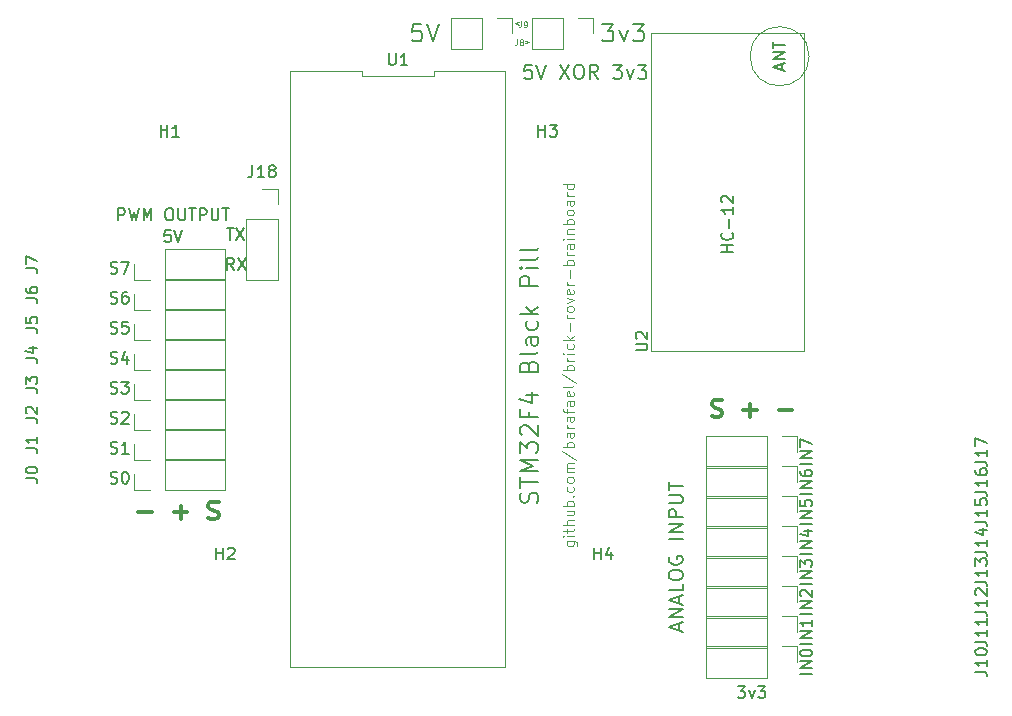
<source format=gto>
G04 #@! TF.GenerationSoftware,KiCad,Pcbnew,5.1.5+dfsg1-2build2*
G04 #@! TF.CreationDate,2021-11-16T19:49:45+01:00*
G04 #@! TF.ProjectId,brainboard,62726169-6e62-46f6-9172-642e6b696361,rev?*
G04 #@! TF.SameCoordinates,Original*
G04 #@! TF.FileFunction,Legend,Top*
G04 #@! TF.FilePolarity,Positive*
%FSLAX46Y46*%
G04 Gerber Fmt 4.6, Leading zero omitted, Abs format (unit mm)*
G04 Created by KiCad (PCBNEW 5.1.5+dfsg1-2build2) date 2021-11-16 19:49:45*
%MOMM*%
%LPD*%
G04 APERTURE LIST*
%ADD10C,0.150000*%
%ADD11C,0.100000*%
%ADD12C,0.200000*%
%ADD13C,0.300000*%
%ADD14C,0.120000*%
%ADD15C,0.125000*%
G04 APERTURE END LIST*
D10*
X120737333Y-81732380D02*
X120404000Y-81256190D01*
X120165904Y-81732380D02*
X120165904Y-80732380D01*
X120546857Y-80732380D01*
X120642095Y-80780000D01*
X120689714Y-80827619D01*
X120737333Y-80922857D01*
X120737333Y-81065714D01*
X120689714Y-81160952D01*
X120642095Y-81208571D01*
X120546857Y-81256190D01*
X120165904Y-81256190D01*
X121070666Y-80732380D02*
X121737333Y-81732380D01*
X121737333Y-80732380D02*
X121070666Y-81732380D01*
X120142095Y-78192380D02*
X120713523Y-78192380D01*
X120427809Y-79192380D02*
X120427809Y-78192380D01*
X120951619Y-78192380D02*
X121618285Y-79192380D01*
X121618285Y-78192380D02*
X120951619Y-79192380D01*
D11*
X148907142Y-104714285D02*
X149635714Y-104714285D01*
X149721428Y-104757142D01*
X149764285Y-104800000D01*
X149807142Y-104885714D01*
X149807142Y-105014285D01*
X149764285Y-105100000D01*
X149464285Y-104714285D02*
X149507142Y-104800000D01*
X149507142Y-104971428D01*
X149464285Y-105057142D01*
X149421428Y-105100000D01*
X149335714Y-105142857D01*
X149078571Y-105142857D01*
X148992857Y-105100000D01*
X148950000Y-105057142D01*
X148907142Y-104971428D01*
X148907142Y-104800000D01*
X148950000Y-104714285D01*
X149507142Y-104285714D02*
X148907142Y-104285714D01*
X148607142Y-104285714D02*
X148650000Y-104328571D01*
X148692857Y-104285714D01*
X148650000Y-104242857D01*
X148607142Y-104285714D01*
X148692857Y-104285714D01*
X148907142Y-103985714D02*
X148907142Y-103642857D01*
X148607142Y-103857142D02*
X149378571Y-103857142D01*
X149464285Y-103814285D01*
X149507142Y-103728571D01*
X149507142Y-103642857D01*
X149507142Y-103342857D02*
X148607142Y-103342857D01*
X149507142Y-102957142D02*
X149035714Y-102957142D01*
X148950000Y-103000000D01*
X148907142Y-103085714D01*
X148907142Y-103214285D01*
X148950000Y-103300000D01*
X148992857Y-103342857D01*
X148907142Y-102142857D02*
X149507142Y-102142857D01*
X148907142Y-102528571D02*
X149378571Y-102528571D01*
X149464285Y-102485714D01*
X149507142Y-102400000D01*
X149507142Y-102271428D01*
X149464285Y-102185714D01*
X149421428Y-102142857D01*
X149507142Y-101714285D02*
X148607142Y-101714285D01*
X148950000Y-101714285D02*
X148907142Y-101628571D01*
X148907142Y-101457142D01*
X148950000Y-101371428D01*
X148992857Y-101328571D01*
X149078571Y-101285714D01*
X149335714Y-101285714D01*
X149421428Y-101328571D01*
X149464285Y-101371428D01*
X149507142Y-101457142D01*
X149507142Y-101628571D01*
X149464285Y-101714285D01*
X149421428Y-100900000D02*
X149464285Y-100857142D01*
X149507142Y-100900000D01*
X149464285Y-100942857D01*
X149421428Y-100900000D01*
X149507142Y-100900000D01*
X149464285Y-100085714D02*
X149507142Y-100171428D01*
X149507142Y-100342857D01*
X149464285Y-100428571D01*
X149421428Y-100471428D01*
X149335714Y-100514285D01*
X149078571Y-100514285D01*
X148992857Y-100471428D01*
X148950000Y-100428571D01*
X148907142Y-100342857D01*
X148907142Y-100171428D01*
X148950000Y-100085714D01*
X149507142Y-99571428D02*
X149464285Y-99657142D01*
X149421428Y-99700000D01*
X149335714Y-99742857D01*
X149078571Y-99742857D01*
X148992857Y-99700000D01*
X148950000Y-99657142D01*
X148907142Y-99571428D01*
X148907142Y-99442857D01*
X148950000Y-99357142D01*
X148992857Y-99314285D01*
X149078571Y-99271428D01*
X149335714Y-99271428D01*
X149421428Y-99314285D01*
X149464285Y-99357142D01*
X149507142Y-99442857D01*
X149507142Y-99571428D01*
X149507142Y-98885714D02*
X148907142Y-98885714D01*
X148992857Y-98885714D02*
X148950000Y-98842857D01*
X148907142Y-98757142D01*
X148907142Y-98628571D01*
X148950000Y-98542857D01*
X149035714Y-98500000D01*
X149507142Y-98500000D01*
X149035714Y-98500000D02*
X148950000Y-98457142D01*
X148907142Y-98371428D01*
X148907142Y-98242857D01*
X148950000Y-98157142D01*
X149035714Y-98114285D01*
X149507142Y-98114285D01*
X148564285Y-97042857D02*
X149721428Y-97814285D01*
X149507142Y-96742857D02*
X148607142Y-96742857D01*
X148950000Y-96742857D02*
X148907142Y-96657142D01*
X148907142Y-96485714D01*
X148950000Y-96400000D01*
X148992857Y-96357142D01*
X149078571Y-96314285D01*
X149335714Y-96314285D01*
X149421428Y-96357142D01*
X149464285Y-96400000D01*
X149507142Y-96485714D01*
X149507142Y-96657142D01*
X149464285Y-96742857D01*
X149507142Y-95542857D02*
X149035714Y-95542857D01*
X148950000Y-95585714D01*
X148907142Y-95671428D01*
X148907142Y-95842857D01*
X148950000Y-95928571D01*
X149464285Y-95542857D02*
X149507142Y-95628571D01*
X149507142Y-95842857D01*
X149464285Y-95928571D01*
X149378571Y-95971428D01*
X149292857Y-95971428D01*
X149207142Y-95928571D01*
X149164285Y-95842857D01*
X149164285Y-95628571D01*
X149121428Y-95542857D01*
X149507142Y-95114285D02*
X148907142Y-95114285D01*
X149078571Y-95114285D02*
X148992857Y-95071428D01*
X148950000Y-95028571D01*
X148907142Y-94942857D01*
X148907142Y-94857142D01*
X149507142Y-94171428D02*
X149035714Y-94171428D01*
X148950000Y-94214285D01*
X148907142Y-94300000D01*
X148907142Y-94471428D01*
X148950000Y-94557142D01*
X149464285Y-94171428D02*
X149507142Y-94257142D01*
X149507142Y-94471428D01*
X149464285Y-94557142D01*
X149378571Y-94600000D01*
X149292857Y-94600000D01*
X149207142Y-94557142D01*
X149164285Y-94471428D01*
X149164285Y-94257142D01*
X149121428Y-94171428D01*
X148907142Y-93871428D02*
X148907142Y-93528571D01*
X149507142Y-93742857D02*
X148735714Y-93742857D01*
X148650000Y-93700000D01*
X148607142Y-93614285D01*
X148607142Y-93528571D01*
X149507142Y-92842857D02*
X149035714Y-92842857D01*
X148950000Y-92885714D01*
X148907142Y-92971428D01*
X148907142Y-93142857D01*
X148950000Y-93228571D01*
X149464285Y-92842857D02*
X149507142Y-92928571D01*
X149507142Y-93142857D01*
X149464285Y-93228571D01*
X149378571Y-93271428D01*
X149292857Y-93271428D01*
X149207142Y-93228571D01*
X149164285Y-93142857D01*
X149164285Y-92928571D01*
X149121428Y-92842857D01*
X149464285Y-92071428D02*
X149507142Y-92157142D01*
X149507142Y-92328571D01*
X149464285Y-92414285D01*
X149378571Y-92457142D01*
X149035714Y-92457142D01*
X148950000Y-92414285D01*
X148907142Y-92328571D01*
X148907142Y-92157142D01*
X148950000Y-92071428D01*
X149035714Y-92028571D01*
X149121428Y-92028571D01*
X149207142Y-92457142D01*
X149507142Y-91514285D02*
X149464285Y-91600000D01*
X149378571Y-91642857D01*
X148607142Y-91642857D01*
X148564285Y-90528571D02*
X149721428Y-91300000D01*
X149507142Y-90228571D02*
X148607142Y-90228571D01*
X148950000Y-90228571D02*
X148907142Y-90142857D01*
X148907142Y-89971428D01*
X148950000Y-89885714D01*
X148992857Y-89842857D01*
X149078571Y-89800000D01*
X149335714Y-89800000D01*
X149421428Y-89842857D01*
X149464285Y-89885714D01*
X149507142Y-89971428D01*
X149507142Y-90142857D01*
X149464285Y-90228571D01*
X149507142Y-89414285D02*
X148907142Y-89414285D01*
X149078571Y-89414285D02*
X148992857Y-89371428D01*
X148950000Y-89328571D01*
X148907142Y-89242857D01*
X148907142Y-89157142D01*
X149507142Y-88857142D02*
X148907142Y-88857142D01*
X148607142Y-88857142D02*
X148650000Y-88900000D01*
X148692857Y-88857142D01*
X148650000Y-88814285D01*
X148607142Y-88857142D01*
X148692857Y-88857142D01*
X149464285Y-88042857D02*
X149507142Y-88128571D01*
X149507142Y-88300000D01*
X149464285Y-88385714D01*
X149421428Y-88428571D01*
X149335714Y-88471428D01*
X149078571Y-88471428D01*
X148992857Y-88428571D01*
X148950000Y-88385714D01*
X148907142Y-88300000D01*
X148907142Y-88128571D01*
X148950000Y-88042857D01*
X149507142Y-87657142D02*
X148607142Y-87657142D01*
X149164285Y-87571428D02*
X149507142Y-87314285D01*
X148907142Y-87314285D02*
X149250000Y-87657142D01*
X149164285Y-86928571D02*
X149164285Y-86242857D01*
X149507142Y-85814285D02*
X148907142Y-85814285D01*
X149078571Y-85814285D02*
X148992857Y-85771428D01*
X148950000Y-85728571D01*
X148907142Y-85642857D01*
X148907142Y-85557142D01*
X149507142Y-85128571D02*
X149464285Y-85214285D01*
X149421428Y-85257142D01*
X149335714Y-85300000D01*
X149078571Y-85300000D01*
X148992857Y-85257142D01*
X148950000Y-85214285D01*
X148907142Y-85128571D01*
X148907142Y-85000000D01*
X148950000Y-84914285D01*
X148992857Y-84871428D01*
X149078571Y-84828571D01*
X149335714Y-84828571D01*
X149421428Y-84871428D01*
X149464285Y-84914285D01*
X149507142Y-85000000D01*
X149507142Y-85128571D01*
X148907142Y-84528571D02*
X149507142Y-84314285D01*
X148907142Y-84100000D01*
X149464285Y-83414285D02*
X149507142Y-83500000D01*
X149507142Y-83671428D01*
X149464285Y-83757142D01*
X149378571Y-83800000D01*
X149035714Y-83800000D01*
X148950000Y-83757142D01*
X148907142Y-83671428D01*
X148907142Y-83500000D01*
X148950000Y-83414285D01*
X149035714Y-83371428D01*
X149121428Y-83371428D01*
X149207142Y-83800000D01*
X149507142Y-82985714D02*
X148907142Y-82985714D01*
X149078571Y-82985714D02*
X148992857Y-82942857D01*
X148950000Y-82900000D01*
X148907142Y-82814285D01*
X148907142Y-82728571D01*
X149164285Y-82428571D02*
X149164285Y-81742857D01*
X149507142Y-81314285D02*
X148607142Y-81314285D01*
X148950000Y-81314285D02*
X148907142Y-81228571D01*
X148907142Y-81057142D01*
X148950000Y-80971428D01*
X148992857Y-80928571D01*
X149078571Y-80885714D01*
X149335714Y-80885714D01*
X149421428Y-80928571D01*
X149464285Y-80971428D01*
X149507142Y-81057142D01*
X149507142Y-81228571D01*
X149464285Y-81314285D01*
X149507142Y-80500000D02*
X148907142Y-80500000D01*
X149078571Y-80500000D02*
X148992857Y-80457142D01*
X148950000Y-80414285D01*
X148907142Y-80328571D01*
X148907142Y-80242857D01*
X149507142Y-79557142D02*
X149035714Y-79557142D01*
X148950000Y-79600000D01*
X148907142Y-79685714D01*
X148907142Y-79857142D01*
X148950000Y-79942857D01*
X149464285Y-79557142D02*
X149507142Y-79642857D01*
X149507142Y-79857142D01*
X149464285Y-79942857D01*
X149378571Y-79985714D01*
X149292857Y-79985714D01*
X149207142Y-79942857D01*
X149164285Y-79857142D01*
X149164285Y-79642857D01*
X149121428Y-79557142D01*
X149507142Y-79128571D02*
X148907142Y-79128571D01*
X148607142Y-79128571D02*
X148650000Y-79171428D01*
X148692857Y-79128571D01*
X148650000Y-79085714D01*
X148607142Y-79128571D01*
X148692857Y-79128571D01*
X148907142Y-78700000D02*
X149507142Y-78700000D01*
X148992857Y-78700000D02*
X148950000Y-78657142D01*
X148907142Y-78571428D01*
X148907142Y-78442857D01*
X148950000Y-78357142D01*
X149035714Y-78314285D01*
X149507142Y-78314285D01*
X149507142Y-77885714D02*
X148607142Y-77885714D01*
X148950000Y-77885714D02*
X148907142Y-77800000D01*
X148907142Y-77628571D01*
X148950000Y-77542857D01*
X148992857Y-77500000D01*
X149078571Y-77457142D01*
X149335714Y-77457142D01*
X149421428Y-77500000D01*
X149464285Y-77542857D01*
X149507142Y-77628571D01*
X149507142Y-77800000D01*
X149464285Y-77885714D01*
X149507142Y-76942857D02*
X149464285Y-77028571D01*
X149421428Y-77071428D01*
X149335714Y-77114285D01*
X149078571Y-77114285D01*
X148992857Y-77071428D01*
X148950000Y-77028571D01*
X148907142Y-76942857D01*
X148907142Y-76814285D01*
X148950000Y-76728571D01*
X148992857Y-76685714D01*
X149078571Y-76642857D01*
X149335714Y-76642857D01*
X149421428Y-76685714D01*
X149464285Y-76728571D01*
X149507142Y-76814285D01*
X149507142Y-76942857D01*
X149507142Y-75871428D02*
X149035714Y-75871428D01*
X148950000Y-75914285D01*
X148907142Y-76000000D01*
X148907142Y-76171428D01*
X148950000Y-76257142D01*
X149464285Y-75871428D02*
X149507142Y-75957142D01*
X149507142Y-76171428D01*
X149464285Y-76257142D01*
X149378571Y-76300000D01*
X149292857Y-76300000D01*
X149207142Y-76257142D01*
X149164285Y-76171428D01*
X149164285Y-75957142D01*
X149121428Y-75871428D01*
X149507142Y-75442857D02*
X148907142Y-75442857D01*
X149078571Y-75442857D02*
X148992857Y-75400000D01*
X148950000Y-75357142D01*
X148907142Y-75271428D01*
X148907142Y-75185714D01*
X149507142Y-74500000D02*
X148607142Y-74500000D01*
X149464285Y-74500000D02*
X149507142Y-74585714D01*
X149507142Y-74757142D01*
X149464285Y-74842857D01*
X149421428Y-74885714D01*
X149335714Y-74928571D01*
X149078571Y-74928571D01*
X148992857Y-74885714D01*
X148950000Y-74842857D01*
X148907142Y-74757142D01*
X148907142Y-74585714D01*
X148950000Y-74500000D01*
D12*
X146407142Y-101450000D02*
X146478571Y-101235714D01*
X146478571Y-100878571D01*
X146407142Y-100735714D01*
X146335714Y-100664285D01*
X146192857Y-100592857D01*
X146050000Y-100592857D01*
X145907142Y-100664285D01*
X145835714Y-100735714D01*
X145764285Y-100878571D01*
X145692857Y-101164285D01*
X145621428Y-101307142D01*
X145550000Y-101378571D01*
X145407142Y-101450000D01*
X145264285Y-101450000D01*
X145121428Y-101378571D01*
X145050000Y-101307142D01*
X144978571Y-101164285D01*
X144978571Y-100807142D01*
X145050000Y-100592857D01*
X144978571Y-100164285D02*
X144978571Y-99307142D01*
X146478571Y-99735714D02*
X144978571Y-99735714D01*
X146478571Y-98807142D02*
X144978571Y-98807142D01*
X146050000Y-98307142D01*
X144978571Y-97807142D01*
X146478571Y-97807142D01*
X144978571Y-97235714D02*
X144978571Y-96307142D01*
X145550000Y-96807142D01*
X145550000Y-96592857D01*
X145621428Y-96450000D01*
X145692857Y-96378571D01*
X145835714Y-96307142D01*
X146192857Y-96307142D01*
X146335714Y-96378571D01*
X146407142Y-96450000D01*
X146478571Y-96592857D01*
X146478571Y-97021428D01*
X146407142Y-97164285D01*
X146335714Y-97235714D01*
X145121428Y-95735714D02*
X145050000Y-95664285D01*
X144978571Y-95521428D01*
X144978571Y-95164285D01*
X145050000Y-95021428D01*
X145121428Y-94950000D01*
X145264285Y-94878571D01*
X145407142Y-94878571D01*
X145621428Y-94950000D01*
X146478571Y-95807142D01*
X146478571Y-94878571D01*
X145692857Y-93735714D02*
X145692857Y-94235714D01*
X146478571Y-94235714D02*
X144978571Y-94235714D01*
X144978571Y-93521428D01*
X145478571Y-92307142D02*
X146478571Y-92307142D01*
X144907142Y-92664285D02*
X145978571Y-93021428D01*
X145978571Y-92092857D01*
X145692857Y-89878571D02*
X145764285Y-89664285D01*
X145835714Y-89592857D01*
X145978571Y-89521428D01*
X146192857Y-89521428D01*
X146335714Y-89592857D01*
X146407142Y-89664285D01*
X146478571Y-89807142D01*
X146478571Y-90378571D01*
X144978571Y-90378571D01*
X144978571Y-89878571D01*
X145050000Y-89735714D01*
X145121428Y-89664285D01*
X145264285Y-89592857D01*
X145407142Y-89592857D01*
X145550000Y-89664285D01*
X145621428Y-89735714D01*
X145692857Y-89878571D01*
X145692857Y-90378571D01*
X146478571Y-88664285D02*
X146407142Y-88807142D01*
X146264285Y-88878571D01*
X144978571Y-88878571D01*
X146478571Y-87450000D02*
X145692857Y-87450000D01*
X145550000Y-87521428D01*
X145478571Y-87664285D01*
X145478571Y-87950000D01*
X145550000Y-88092857D01*
X146407142Y-87450000D02*
X146478571Y-87592857D01*
X146478571Y-87950000D01*
X146407142Y-88092857D01*
X146264285Y-88164285D01*
X146121428Y-88164285D01*
X145978571Y-88092857D01*
X145907142Y-87950000D01*
X145907142Y-87592857D01*
X145835714Y-87450000D01*
X146407142Y-86092857D02*
X146478571Y-86235714D01*
X146478571Y-86521428D01*
X146407142Y-86664285D01*
X146335714Y-86735714D01*
X146192857Y-86807142D01*
X145764285Y-86807142D01*
X145621428Y-86735714D01*
X145550000Y-86664285D01*
X145478571Y-86521428D01*
X145478571Y-86235714D01*
X145550000Y-86092857D01*
X146478571Y-85450000D02*
X144978571Y-85450000D01*
X145907142Y-85307142D02*
X146478571Y-84878571D01*
X145478571Y-84878571D02*
X146050000Y-85450000D01*
X146478571Y-83092857D02*
X144978571Y-83092857D01*
X144978571Y-82521428D01*
X145050000Y-82378571D01*
X145121428Y-82307142D01*
X145264285Y-82235714D01*
X145478571Y-82235714D01*
X145621428Y-82307142D01*
X145692857Y-82378571D01*
X145764285Y-82521428D01*
X145764285Y-83092857D01*
X146478571Y-81592857D02*
X145478571Y-81592857D01*
X144978571Y-81592857D02*
X145050000Y-81664285D01*
X145121428Y-81592857D01*
X145050000Y-81521428D01*
X144978571Y-81592857D01*
X145121428Y-81592857D01*
X146478571Y-80664285D02*
X146407142Y-80807142D01*
X146264285Y-80878571D01*
X144978571Y-80878571D01*
X146478571Y-79878571D02*
X146407142Y-80021428D01*
X146264285Y-80092857D01*
X144978571Y-80092857D01*
D10*
X163401523Y-116990880D02*
X164020571Y-116990880D01*
X163687238Y-117371833D01*
X163830095Y-117371833D01*
X163925333Y-117419452D01*
X163972952Y-117467071D01*
X164020571Y-117562309D01*
X164020571Y-117800404D01*
X163972952Y-117895642D01*
X163925333Y-117943261D01*
X163830095Y-117990880D01*
X163544380Y-117990880D01*
X163449142Y-117943261D01*
X163401523Y-117895642D01*
X164353904Y-117324214D02*
X164592000Y-117990880D01*
X164830095Y-117324214D01*
X165115809Y-116990880D02*
X165734857Y-116990880D01*
X165401523Y-117371833D01*
X165544380Y-117371833D01*
X165639619Y-117419452D01*
X165687238Y-117467071D01*
X165734857Y-117562309D01*
X165734857Y-117800404D01*
X165687238Y-117895642D01*
X165639619Y-117943261D01*
X165544380Y-117990880D01*
X165258666Y-117990880D01*
X165163428Y-117943261D01*
X165115809Y-117895642D01*
X115379523Y-78382880D02*
X114903333Y-78382880D01*
X114855714Y-78859071D01*
X114903333Y-78811452D01*
X114998571Y-78763833D01*
X115236666Y-78763833D01*
X115331904Y-78811452D01*
X115379523Y-78859071D01*
X115427142Y-78954309D01*
X115427142Y-79192404D01*
X115379523Y-79287642D01*
X115331904Y-79335261D01*
X115236666Y-79382880D01*
X114998571Y-79382880D01*
X114903333Y-79335261D01*
X114855714Y-79287642D01*
X115712857Y-78382880D02*
X116046190Y-79382880D01*
X116379523Y-78382880D01*
D13*
X161226928Y-94142642D02*
X161441214Y-94214071D01*
X161798357Y-94214071D01*
X161941214Y-94142642D01*
X162012642Y-94071214D01*
X162084071Y-93928357D01*
X162084071Y-93785500D01*
X162012642Y-93642642D01*
X161941214Y-93571214D01*
X161798357Y-93499785D01*
X161512642Y-93428357D01*
X161369785Y-93356928D01*
X161298357Y-93285500D01*
X161226928Y-93142642D01*
X161226928Y-92999785D01*
X161298357Y-92856928D01*
X161369785Y-92785500D01*
X161512642Y-92714071D01*
X161869785Y-92714071D01*
X162084071Y-92785500D01*
X163869785Y-93642642D02*
X165012642Y-93642642D01*
X164441214Y-94214071D02*
X164441214Y-93071214D01*
X166869785Y-93642642D02*
X168012642Y-93642642D01*
X112657357Y-102278642D02*
X113800214Y-102278642D01*
X115657357Y-102278642D02*
X116800214Y-102278642D01*
X116228785Y-102850071D02*
X116228785Y-101707214D01*
X118585928Y-102778642D02*
X118800214Y-102850071D01*
X119157357Y-102850071D01*
X119300214Y-102778642D01*
X119371642Y-102707214D01*
X119443071Y-102564357D01*
X119443071Y-102421500D01*
X119371642Y-102278642D01*
X119300214Y-102207214D01*
X119157357Y-102135785D01*
X118871642Y-102064357D01*
X118728785Y-101992928D01*
X118657357Y-101921500D01*
X118585928Y-101778642D01*
X118585928Y-101635785D01*
X118657357Y-101492928D01*
X118728785Y-101421500D01*
X118871642Y-101350071D01*
X119228785Y-101350071D01*
X119443071Y-101421500D01*
D12*
X110950952Y-77541380D02*
X110950952Y-76541380D01*
X111331904Y-76541380D01*
X111427142Y-76589000D01*
X111474761Y-76636619D01*
X111522380Y-76731857D01*
X111522380Y-76874714D01*
X111474761Y-76969952D01*
X111427142Y-77017571D01*
X111331904Y-77065190D01*
X110950952Y-77065190D01*
X111855714Y-76541380D02*
X112093809Y-77541380D01*
X112284285Y-76827095D01*
X112474761Y-77541380D01*
X112712857Y-76541380D01*
X113093809Y-77541380D02*
X113093809Y-76541380D01*
X113427142Y-77255666D01*
X113760476Y-76541380D01*
X113760476Y-77541380D01*
X115189047Y-76541380D02*
X115379523Y-76541380D01*
X115474761Y-76589000D01*
X115570000Y-76684238D01*
X115617619Y-76874714D01*
X115617619Y-77208047D01*
X115570000Y-77398523D01*
X115474761Y-77493761D01*
X115379523Y-77541380D01*
X115189047Y-77541380D01*
X115093809Y-77493761D01*
X114998571Y-77398523D01*
X114950952Y-77208047D01*
X114950952Y-76874714D01*
X114998571Y-76684238D01*
X115093809Y-76589000D01*
X115189047Y-76541380D01*
X116046190Y-76541380D02*
X116046190Y-77350904D01*
X116093809Y-77446142D01*
X116141428Y-77493761D01*
X116236666Y-77541380D01*
X116427142Y-77541380D01*
X116522380Y-77493761D01*
X116570000Y-77446142D01*
X116617619Y-77350904D01*
X116617619Y-76541380D01*
X116950952Y-76541380D02*
X117522380Y-76541380D01*
X117236666Y-77541380D02*
X117236666Y-76541380D01*
X117855714Y-77541380D02*
X117855714Y-76541380D01*
X118236666Y-76541380D01*
X118331904Y-76589000D01*
X118379523Y-76636619D01*
X118427142Y-76731857D01*
X118427142Y-76874714D01*
X118379523Y-76969952D01*
X118331904Y-77017571D01*
X118236666Y-77065190D01*
X117855714Y-77065190D01*
X118855714Y-76541380D02*
X118855714Y-77350904D01*
X118903333Y-77446142D01*
X118950952Y-77493761D01*
X119046190Y-77541380D01*
X119236666Y-77541380D01*
X119331904Y-77493761D01*
X119379523Y-77446142D01*
X119427142Y-77350904D01*
X119427142Y-76541380D01*
X119760476Y-76541380D02*
X120331904Y-76541380D01*
X120046190Y-77541380D02*
X120046190Y-76541380D01*
X158400000Y-112245000D02*
X158400000Y-111673571D01*
X158742857Y-112359285D02*
X157542857Y-111959285D01*
X158742857Y-111559285D01*
X158742857Y-111159285D02*
X157542857Y-111159285D01*
X158742857Y-110473571D01*
X157542857Y-110473571D01*
X158400000Y-109959285D02*
X158400000Y-109387857D01*
X158742857Y-110073571D02*
X157542857Y-109673571D01*
X158742857Y-109273571D01*
X158742857Y-108302142D02*
X158742857Y-108873571D01*
X157542857Y-108873571D01*
X157542857Y-107673571D02*
X157542857Y-107445000D01*
X157600000Y-107330714D01*
X157714285Y-107216428D01*
X157942857Y-107159285D01*
X158342857Y-107159285D01*
X158571428Y-107216428D01*
X158685714Y-107330714D01*
X158742857Y-107445000D01*
X158742857Y-107673571D01*
X158685714Y-107787857D01*
X158571428Y-107902142D01*
X158342857Y-107959285D01*
X157942857Y-107959285D01*
X157714285Y-107902142D01*
X157600000Y-107787857D01*
X157542857Y-107673571D01*
X157600000Y-106016428D02*
X157542857Y-106130714D01*
X157542857Y-106302142D01*
X157600000Y-106473571D01*
X157714285Y-106587857D01*
X157828571Y-106645000D01*
X158057142Y-106702142D01*
X158228571Y-106702142D01*
X158457142Y-106645000D01*
X158571428Y-106587857D01*
X158685714Y-106473571D01*
X158742857Y-106302142D01*
X158742857Y-106187857D01*
X158685714Y-106016428D01*
X158628571Y-105959285D01*
X158228571Y-105959285D01*
X158228571Y-106187857D01*
X158742857Y-104530714D02*
X157542857Y-104530714D01*
X158742857Y-103959285D02*
X157542857Y-103959285D01*
X158742857Y-103273571D01*
X157542857Y-103273571D01*
X158742857Y-102702142D02*
X157542857Y-102702142D01*
X157542857Y-102245000D01*
X157600000Y-102130714D01*
X157657142Y-102073571D01*
X157771428Y-102016428D01*
X157942857Y-102016428D01*
X158057142Y-102073571D01*
X158114285Y-102130714D01*
X158171428Y-102245000D01*
X158171428Y-102702142D01*
X157542857Y-101502142D02*
X158514285Y-101502142D01*
X158628571Y-101445000D01*
X158685714Y-101387857D01*
X158742857Y-101273571D01*
X158742857Y-101045000D01*
X158685714Y-100930714D01*
X158628571Y-100873571D01*
X158514285Y-100816428D01*
X157542857Y-100816428D01*
X157542857Y-100416428D02*
X157542857Y-99730714D01*
X158742857Y-100073571D02*
X157542857Y-100073571D01*
X110299595Y-99782261D02*
X110442452Y-99829880D01*
X110680547Y-99829880D01*
X110775785Y-99782261D01*
X110823404Y-99734642D01*
X110871023Y-99639404D01*
X110871023Y-99544166D01*
X110823404Y-99448928D01*
X110775785Y-99401309D01*
X110680547Y-99353690D01*
X110490071Y-99306071D01*
X110394833Y-99258452D01*
X110347214Y-99210833D01*
X110299595Y-99115595D01*
X110299595Y-99020357D01*
X110347214Y-98925119D01*
X110394833Y-98877500D01*
X110490071Y-98829880D01*
X110728166Y-98829880D01*
X110871023Y-98877500D01*
X111490071Y-98829880D02*
X111585309Y-98829880D01*
X111680547Y-98877500D01*
X111728166Y-98925119D01*
X111775785Y-99020357D01*
X111823404Y-99210833D01*
X111823404Y-99448928D01*
X111775785Y-99639404D01*
X111728166Y-99734642D01*
X111680547Y-99782261D01*
X111585309Y-99829880D01*
X111490071Y-99829880D01*
X111394833Y-99782261D01*
X111347214Y-99734642D01*
X111299595Y-99639404D01*
X111251976Y-99448928D01*
X111251976Y-99210833D01*
X111299595Y-99020357D01*
X111347214Y-98925119D01*
X111394833Y-98877500D01*
X111490071Y-98829880D01*
X110299595Y-89622261D02*
X110442452Y-89669880D01*
X110680547Y-89669880D01*
X110775785Y-89622261D01*
X110823404Y-89574642D01*
X110871023Y-89479404D01*
X110871023Y-89384166D01*
X110823404Y-89288928D01*
X110775785Y-89241309D01*
X110680547Y-89193690D01*
X110490071Y-89146071D01*
X110394833Y-89098452D01*
X110347214Y-89050833D01*
X110299595Y-88955595D01*
X110299595Y-88860357D01*
X110347214Y-88765119D01*
X110394833Y-88717500D01*
X110490071Y-88669880D01*
X110728166Y-88669880D01*
X110871023Y-88717500D01*
X111728166Y-89003214D02*
X111728166Y-89669880D01*
X111490071Y-88622261D02*
X111251976Y-89336547D01*
X111871023Y-89336547D01*
X110299595Y-94702261D02*
X110442452Y-94749880D01*
X110680547Y-94749880D01*
X110775785Y-94702261D01*
X110823404Y-94654642D01*
X110871023Y-94559404D01*
X110871023Y-94464166D01*
X110823404Y-94368928D01*
X110775785Y-94321309D01*
X110680547Y-94273690D01*
X110490071Y-94226071D01*
X110394833Y-94178452D01*
X110347214Y-94130833D01*
X110299595Y-94035595D01*
X110299595Y-93940357D01*
X110347214Y-93845119D01*
X110394833Y-93797500D01*
X110490071Y-93749880D01*
X110728166Y-93749880D01*
X110871023Y-93797500D01*
X111251976Y-93845119D02*
X111299595Y-93797500D01*
X111394833Y-93749880D01*
X111632928Y-93749880D01*
X111728166Y-93797500D01*
X111775785Y-93845119D01*
X111823404Y-93940357D01*
X111823404Y-94035595D01*
X111775785Y-94178452D01*
X111204357Y-94749880D01*
X111823404Y-94749880D01*
X110299595Y-97242261D02*
X110442452Y-97289880D01*
X110680547Y-97289880D01*
X110775785Y-97242261D01*
X110823404Y-97194642D01*
X110871023Y-97099404D01*
X110871023Y-97004166D01*
X110823404Y-96908928D01*
X110775785Y-96861309D01*
X110680547Y-96813690D01*
X110490071Y-96766071D01*
X110394833Y-96718452D01*
X110347214Y-96670833D01*
X110299595Y-96575595D01*
X110299595Y-96480357D01*
X110347214Y-96385119D01*
X110394833Y-96337500D01*
X110490071Y-96289880D01*
X110728166Y-96289880D01*
X110871023Y-96337500D01*
X111823404Y-97289880D02*
X111251976Y-97289880D01*
X111537690Y-97289880D02*
X111537690Y-96289880D01*
X111442452Y-96432738D01*
X111347214Y-96527976D01*
X111251976Y-96575595D01*
X110299595Y-92162261D02*
X110442452Y-92209880D01*
X110680547Y-92209880D01*
X110775785Y-92162261D01*
X110823404Y-92114642D01*
X110871023Y-92019404D01*
X110871023Y-91924166D01*
X110823404Y-91828928D01*
X110775785Y-91781309D01*
X110680547Y-91733690D01*
X110490071Y-91686071D01*
X110394833Y-91638452D01*
X110347214Y-91590833D01*
X110299595Y-91495595D01*
X110299595Y-91400357D01*
X110347214Y-91305119D01*
X110394833Y-91257500D01*
X110490071Y-91209880D01*
X110728166Y-91209880D01*
X110871023Y-91257500D01*
X111204357Y-91209880D02*
X111823404Y-91209880D01*
X111490071Y-91590833D01*
X111632928Y-91590833D01*
X111728166Y-91638452D01*
X111775785Y-91686071D01*
X111823404Y-91781309D01*
X111823404Y-92019404D01*
X111775785Y-92114642D01*
X111728166Y-92162261D01*
X111632928Y-92209880D01*
X111347214Y-92209880D01*
X111251976Y-92162261D01*
X111204357Y-92114642D01*
X110299595Y-84542261D02*
X110442452Y-84589880D01*
X110680547Y-84589880D01*
X110775785Y-84542261D01*
X110823404Y-84494642D01*
X110871023Y-84399404D01*
X110871023Y-84304166D01*
X110823404Y-84208928D01*
X110775785Y-84161309D01*
X110680547Y-84113690D01*
X110490071Y-84066071D01*
X110394833Y-84018452D01*
X110347214Y-83970833D01*
X110299595Y-83875595D01*
X110299595Y-83780357D01*
X110347214Y-83685119D01*
X110394833Y-83637500D01*
X110490071Y-83589880D01*
X110728166Y-83589880D01*
X110871023Y-83637500D01*
X111728166Y-83589880D02*
X111537690Y-83589880D01*
X111442452Y-83637500D01*
X111394833Y-83685119D01*
X111299595Y-83827976D01*
X111251976Y-84018452D01*
X111251976Y-84399404D01*
X111299595Y-84494642D01*
X111347214Y-84542261D01*
X111442452Y-84589880D01*
X111632928Y-84589880D01*
X111728166Y-84542261D01*
X111775785Y-84494642D01*
X111823404Y-84399404D01*
X111823404Y-84161309D01*
X111775785Y-84066071D01*
X111728166Y-84018452D01*
X111632928Y-83970833D01*
X111442452Y-83970833D01*
X111347214Y-84018452D01*
X111299595Y-84066071D01*
X111251976Y-84161309D01*
X110299595Y-82002261D02*
X110442452Y-82049880D01*
X110680547Y-82049880D01*
X110775785Y-82002261D01*
X110823404Y-81954642D01*
X110871023Y-81859404D01*
X110871023Y-81764166D01*
X110823404Y-81668928D01*
X110775785Y-81621309D01*
X110680547Y-81573690D01*
X110490071Y-81526071D01*
X110394833Y-81478452D01*
X110347214Y-81430833D01*
X110299595Y-81335595D01*
X110299595Y-81240357D01*
X110347214Y-81145119D01*
X110394833Y-81097500D01*
X110490071Y-81049880D01*
X110728166Y-81049880D01*
X110871023Y-81097500D01*
X111204357Y-81049880D02*
X111871023Y-81049880D01*
X111442452Y-82049880D01*
X110299595Y-87082261D02*
X110442452Y-87129880D01*
X110680547Y-87129880D01*
X110775785Y-87082261D01*
X110823404Y-87034642D01*
X110871023Y-86939404D01*
X110871023Y-86844166D01*
X110823404Y-86748928D01*
X110775785Y-86701309D01*
X110680547Y-86653690D01*
X110490071Y-86606071D01*
X110394833Y-86558452D01*
X110347214Y-86510833D01*
X110299595Y-86415595D01*
X110299595Y-86320357D01*
X110347214Y-86225119D01*
X110394833Y-86177500D01*
X110490071Y-86129880D01*
X110728166Y-86129880D01*
X110871023Y-86177500D01*
X111775785Y-86129880D02*
X111299595Y-86129880D01*
X111251976Y-86606071D01*
X111299595Y-86558452D01*
X111394833Y-86510833D01*
X111632928Y-86510833D01*
X111728166Y-86558452D01*
X111775785Y-86606071D01*
X111823404Y-86701309D01*
X111823404Y-86939404D01*
X111775785Y-87034642D01*
X111728166Y-87082261D01*
X111632928Y-87129880D01*
X111394833Y-87129880D01*
X111299595Y-87082261D01*
X111251976Y-87034642D01*
X169679880Y-98155000D02*
X168679880Y-98155000D01*
X169679880Y-97678809D02*
X168679880Y-97678809D01*
X169679880Y-97107380D01*
X168679880Y-97107380D01*
X168679880Y-96726428D02*
X168679880Y-96059761D01*
X169679880Y-96488333D01*
X169679880Y-100695000D02*
X168679880Y-100695000D01*
X169679880Y-100218809D02*
X168679880Y-100218809D01*
X169679880Y-99647380D01*
X168679880Y-99647380D01*
X168679880Y-98742619D02*
X168679880Y-98933095D01*
X168727500Y-99028333D01*
X168775119Y-99075952D01*
X168917976Y-99171190D01*
X169108452Y-99218809D01*
X169489404Y-99218809D01*
X169584642Y-99171190D01*
X169632261Y-99123571D01*
X169679880Y-99028333D01*
X169679880Y-98837857D01*
X169632261Y-98742619D01*
X169584642Y-98695000D01*
X169489404Y-98647380D01*
X169251309Y-98647380D01*
X169156071Y-98695000D01*
X169108452Y-98742619D01*
X169060833Y-98837857D01*
X169060833Y-99028333D01*
X169108452Y-99123571D01*
X169156071Y-99171190D01*
X169251309Y-99218809D01*
X169679880Y-103235000D02*
X168679880Y-103235000D01*
X169679880Y-102758809D02*
X168679880Y-102758809D01*
X169679880Y-102187380D01*
X168679880Y-102187380D01*
X168679880Y-101235000D02*
X168679880Y-101711190D01*
X169156071Y-101758809D01*
X169108452Y-101711190D01*
X169060833Y-101615952D01*
X169060833Y-101377857D01*
X169108452Y-101282619D01*
X169156071Y-101235000D01*
X169251309Y-101187380D01*
X169489404Y-101187380D01*
X169584642Y-101235000D01*
X169632261Y-101282619D01*
X169679880Y-101377857D01*
X169679880Y-101615952D01*
X169632261Y-101711190D01*
X169584642Y-101758809D01*
X169679880Y-105775000D02*
X168679880Y-105775000D01*
X169679880Y-105298809D02*
X168679880Y-105298809D01*
X169679880Y-104727380D01*
X168679880Y-104727380D01*
X169013214Y-103822619D02*
X169679880Y-103822619D01*
X168632261Y-104060714D02*
X169346547Y-104298809D01*
X169346547Y-103679761D01*
X169679880Y-108315000D02*
X168679880Y-108315000D01*
X169679880Y-107838809D02*
X168679880Y-107838809D01*
X169679880Y-107267380D01*
X168679880Y-107267380D01*
X168679880Y-106886428D02*
X168679880Y-106267380D01*
X169060833Y-106600714D01*
X169060833Y-106457857D01*
X169108452Y-106362619D01*
X169156071Y-106315000D01*
X169251309Y-106267380D01*
X169489404Y-106267380D01*
X169584642Y-106315000D01*
X169632261Y-106362619D01*
X169679880Y-106457857D01*
X169679880Y-106743571D01*
X169632261Y-106838809D01*
X169584642Y-106886428D01*
X169679880Y-110855000D02*
X168679880Y-110855000D01*
X169679880Y-110378809D02*
X168679880Y-110378809D01*
X169679880Y-109807380D01*
X168679880Y-109807380D01*
X168775119Y-109378809D02*
X168727500Y-109331190D01*
X168679880Y-109235952D01*
X168679880Y-108997857D01*
X168727500Y-108902619D01*
X168775119Y-108855000D01*
X168870357Y-108807380D01*
X168965595Y-108807380D01*
X169108452Y-108855000D01*
X169679880Y-109426428D01*
X169679880Y-108807380D01*
X169679880Y-113395000D02*
X168679880Y-113395000D01*
X169679880Y-112918809D02*
X168679880Y-112918809D01*
X169679880Y-112347380D01*
X168679880Y-112347380D01*
X169679880Y-111347380D02*
X169679880Y-111918809D01*
X169679880Y-111633095D02*
X168679880Y-111633095D01*
X168822738Y-111728333D01*
X168917976Y-111823571D01*
X168965595Y-111918809D01*
X169679880Y-115935000D02*
X168679880Y-115935000D01*
X169679880Y-115458809D02*
X168679880Y-115458809D01*
X169679880Y-114887380D01*
X168679880Y-114887380D01*
X168679880Y-114220714D02*
X168679880Y-114125476D01*
X168727500Y-114030238D01*
X168775119Y-113982619D01*
X168870357Y-113935000D01*
X169060833Y-113887380D01*
X169298928Y-113887380D01*
X169489404Y-113935000D01*
X169584642Y-113982619D01*
X169632261Y-114030238D01*
X169679880Y-114125476D01*
X169679880Y-114220714D01*
X169632261Y-114315952D01*
X169584642Y-114363571D01*
X169489404Y-114411190D01*
X169298928Y-114458809D01*
X169060833Y-114458809D01*
X168870357Y-114411190D01*
X168775119Y-114363571D01*
X168727500Y-114315952D01*
X168679880Y-114220714D01*
D11*
X145389619Y-62334785D02*
X145694380Y-62449071D01*
X145389619Y-62563357D01*
X144868880Y-60747285D02*
X144564119Y-60861571D01*
X144868880Y-60975857D01*
D12*
X151947785Y-60900571D02*
X152876357Y-60900571D01*
X152376357Y-61472000D01*
X152590642Y-61472000D01*
X152733500Y-61543428D01*
X152804928Y-61614857D01*
X152876357Y-61757714D01*
X152876357Y-62114857D01*
X152804928Y-62257714D01*
X152733500Y-62329142D01*
X152590642Y-62400571D01*
X152162071Y-62400571D01*
X152019214Y-62329142D01*
X151947785Y-62257714D01*
X153376357Y-61400571D02*
X153733500Y-62400571D01*
X154090642Y-61400571D01*
X154519214Y-60900571D02*
X155447785Y-60900571D01*
X154947785Y-61472000D01*
X155162071Y-61472000D01*
X155304928Y-61543428D01*
X155376357Y-61614857D01*
X155447785Y-61757714D01*
X155447785Y-62114857D01*
X155376357Y-62257714D01*
X155304928Y-62329142D01*
X155162071Y-62400571D01*
X154733500Y-62400571D01*
X154590642Y-62329142D01*
X154519214Y-62257714D01*
X136620285Y-60900571D02*
X135906000Y-60900571D01*
X135834571Y-61614857D01*
X135906000Y-61543428D01*
X136048857Y-61472000D01*
X136406000Y-61472000D01*
X136548857Y-61543428D01*
X136620285Y-61614857D01*
X136691714Y-61757714D01*
X136691714Y-62114857D01*
X136620285Y-62257714D01*
X136548857Y-62329142D01*
X136406000Y-62400571D01*
X136048857Y-62400571D01*
X135906000Y-62329142D01*
X135834571Y-62257714D01*
X137120285Y-60900571D02*
X137620285Y-62400571D01*
X138120285Y-60900571D01*
D10*
X145952142Y-64366857D02*
X145380714Y-64366857D01*
X145323571Y-64938285D01*
X145380714Y-64881142D01*
X145495000Y-64824000D01*
X145780714Y-64824000D01*
X145895000Y-64881142D01*
X145952142Y-64938285D01*
X146009285Y-65052571D01*
X146009285Y-65338285D01*
X145952142Y-65452571D01*
X145895000Y-65509714D01*
X145780714Y-65566857D01*
X145495000Y-65566857D01*
X145380714Y-65509714D01*
X145323571Y-65452571D01*
X146352142Y-64366857D02*
X146752142Y-65566857D01*
X147152142Y-64366857D01*
X148352142Y-64366857D02*
X149152142Y-65566857D01*
X149152142Y-64366857D02*
X148352142Y-65566857D01*
X149837857Y-64366857D02*
X150066428Y-64366857D01*
X150180714Y-64424000D01*
X150295000Y-64538285D01*
X150352142Y-64766857D01*
X150352142Y-65166857D01*
X150295000Y-65395428D01*
X150180714Y-65509714D01*
X150066428Y-65566857D01*
X149837857Y-65566857D01*
X149723571Y-65509714D01*
X149609285Y-65395428D01*
X149552142Y-65166857D01*
X149552142Y-64766857D01*
X149609285Y-64538285D01*
X149723571Y-64424000D01*
X149837857Y-64366857D01*
X151552142Y-65566857D02*
X151152142Y-64995428D01*
X150866428Y-65566857D02*
X150866428Y-64366857D01*
X151323571Y-64366857D01*
X151437857Y-64424000D01*
X151495000Y-64481142D01*
X151552142Y-64595428D01*
X151552142Y-64766857D01*
X151495000Y-64881142D01*
X151437857Y-64938285D01*
X151323571Y-64995428D01*
X150866428Y-64995428D01*
X152866428Y-64366857D02*
X153609285Y-64366857D01*
X153209285Y-64824000D01*
X153380714Y-64824000D01*
X153495000Y-64881142D01*
X153552142Y-64938285D01*
X153609285Y-65052571D01*
X153609285Y-65338285D01*
X153552142Y-65452571D01*
X153495000Y-65509714D01*
X153380714Y-65566857D01*
X153037857Y-65566857D01*
X152923571Y-65509714D01*
X152866428Y-65452571D01*
X154009285Y-64766857D02*
X154295000Y-65566857D01*
X154580714Y-64766857D01*
X154923571Y-64366857D02*
X155666428Y-64366857D01*
X155266428Y-64824000D01*
X155437857Y-64824000D01*
X155552142Y-64881142D01*
X155609285Y-64938285D01*
X155666428Y-65052571D01*
X155666428Y-65338285D01*
X155609285Y-65452571D01*
X155552142Y-65509714D01*
X155437857Y-65566857D01*
X155095000Y-65566857D01*
X154980714Y-65509714D01*
X154923571Y-65452571D01*
D14*
X123126500Y-74870000D02*
X124456500Y-74870000D01*
X124456500Y-74870000D02*
X124456500Y-76200000D01*
X124456500Y-77470000D02*
X124456500Y-82610000D01*
X121796500Y-82610000D02*
X124456500Y-82610000D01*
X121796500Y-77470000D02*
X121796500Y-82610000D01*
X121796500Y-77470000D02*
X124456500Y-77470000D01*
X169040000Y-88646000D02*
X156086000Y-88646000D01*
X156086000Y-61646000D02*
X169040000Y-61646000D01*
X169040000Y-61646000D02*
X169040000Y-88646000D01*
X156086000Y-88646000D02*
X156086000Y-61646000D01*
X169443000Y-63646000D02*
G75*
G03X169443000Y-63646000I-2500000J0D01*
G01*
X144332000Y-60392000D02*
X144332000Y-61722000D01*
X143002000Y-60392000D02*
X144332000Y-60392000D01*
X141732000Y-60392000D02*
X141732000Y-63052000D01*
X141732000Y-63052000D02*
X139132000Y-63052000D01*
X141732000Y-60392000D02*
X139132000Y-60392000D01*
X139132000Y-60392000D02*
X139132000Y-63052000D01*
X151190000Y-60392000D02*
X151190000Y-61722000D01*
X149860000Y-60392000D02*
X151190000Y-60392000D01*
X148590000Y-60392000D02*
X148590000Y-63052000D01*
X148590000Y-63052000D02*
X145990000Y-63052000D01*
X148590000Y-60392000D02*
X145990000Y-60392000D01*
X145990000Y-60392000D02*
X145990000Y-63052000D01*
X168445000Y-95825000D02*
X168445000Y-97155000D01*
X167115000Y-95825000D02*
X168445000Y-95825000D01*
X165845000Y-95825000D02*
X165845000Y-98485000D01*
X165845000Y-98485000D02*
X160705000Y-98485000D01*
X165845000Y-95825000D02*
X160705000Y-95825000D01*
X160705000Y-95825000D02*
X160705000Y-98485000D01*
X168445000Y-98365000D02*
X168445000Y-99695000D01*
X167115000Y-98365000D02*
X168445000Y-98365000D01*
X165845000Y-98365000D02*
X165845000Y-101025000D01*
X165845000Y-101025000D02*
X160705000Y-101025000D01*
X165845000Y-98365000D02*
X160705000Y-98365000D01*
X160705000Y-98365000D02*
X160705000Y-101025000D01*
X168445000Y-100905000D02*
X168445000Y-102235000D01*
X167115000Y-100905000D02*
X168445000Y-100905000D01*
X165845000Y-100905000D02*
X165845000Y-103565000D01*
X165845000Y-103565000D02*
X160705000Y-103565000D01*
X165845000Y-100905000D02*
X160705000Y-100905000D01*
X160705000Y-100905000D02*
X160705000Y-103565000D01*
X168445000Y-103445000D02*
X168445000Y-104775000D01*
X167115000Y-103445000D02*
X168445000Y-103445000D01*
X165845000Y-103445000D02*
X165845000Y-106105000D01*
X165845000Y-106105000D02*
X160705000Y-106105000D01*
X165845000Y-103445000D02*
X160705000Y-103445000D01*
X160705000Y-103445000D02*
X160705000Y-106105000D01*
X168445000Y-105985000D02*
X168445000Y-107315000D01*
X167115000Y-105985000D02*
X168445000Y-105985000D01*
X165845000Y-105985000D02*
X165845000Y-108645000D01*
X165845000Y-108645000D02*
X160705000Y-108645000D01*
X165845000Y-105985000D02*
X160705000Y-105985000D01*
X160705000Y-105985000D02*
X160705000Y-108645000D01*
X168445000Y-108525000D02*
X168445000Y-109855000D01*
X167115000Y-108525000D02*
X168445000Y-108525000D01*
X165845000Y-108525000D02*
X165845000Y-111185000D01*
X165845000Y-111185000D02*
X160705000Y-111185000D01*
X165845000Y-108525000D02*
X160705000Y-108525000D01*
X160705000Y-108525000D02*
X160705000Y-111185000D01*
X168445000Y-111065000D02*
X168445000Y-112395000D01*
X167115000Y-111065000D02*
X168445000Y-111065000D01*
X165845000Y-111065000D02*
X165845000Y-113725000D01*
X165845000Y-113725000D02*
X160705000Y-113725000D01*
X165845000Y-111065000D02*
X160705000Y-111065000D01*
X160705000Y-111065000D02*
X160705000Y-113725000D01*
X168445000Y-113605000D02*
X168445000Y-114935000D01*
X167115000Y-113605000D02*
X168445000Y-113605000D01*
X165845000Y-113605000D02*
X165845000Y-116265000D01*
X165845000Y-116265000D02*
X160705000Y-116265000D01*
X165845000Y-113605000D02*
X160705000Y-113605000D01*
X160705000Y-113605000D02*
X160705000Y-116265000D01*
X112271500Y-82610000D02*
X112271500Y-81280000D01*
X113601500Y-82610000D02*
X112271500Y-82610000D01*
X114871500Y-82610000D02*
X114871500Y-79950000D01*
X114871500Y-79950000D02*
X120011500Y-79950000D01*
X114871500Y-82610000D02*
X120011500Y-82610000D01*
X120011500Y-82610000D02*
X120011500Y-79950000D01*
X112271500Y-85150000D02*
X112271500Y-83820000D01*
X113601500Y-85150000D02*
X112271500Y-85150000D01*
X114871500Y-85150000D02*
X114871500Y-82490000D01*
X114871500Y-82490000D02*
X120011500Y-82490000D01*
X114871500Y-85150000D02*
X120011500Y-85150000D01*
X120011500Y-85150000D02*
X120011500Y-82490000D01*
X112271500Y-87690000D02*
X112271500Y-86360000D01*
X113601500Y-87690000D02*
X112271500Y-87690000D01*
X114871500Y-87690000D02*
X114871500Y-85030000D01*
X114871500Y-85030000D02*
X120011500Y-85030000D01*
X114871500Y-87690000D02*
X120011500Y-87690000D01*
X120011500Y-87690000D02*
X120011500Y-85030000D01*
X112271500Y-90230000D02*
X112271500Y-88900000D01*
X113601500Y-90230000D02*
X112271500Y-90230000D01*
X114871500Y-90230000D02*
X114871500Y-87570000D01*
X114871500Y-87570000D02*
X120011500Y-87570000D01*
X114871500Y-90230000D02*
X120011500Y-90230000D01*
X120011500Y-90230000D02*
X120011500Y-87570000D01*
X112271500Y-92770000D02*
X112271500Y-91440000D01*
X113601500Y-92770000D02*
X112271500Y-92770000D01*
X114871500Y-92770000D02*
X114871500Y-90110000D01*
X114871500Y-90110000D02*
X120011500Y-90110000D01*
X114871500Y-92770000D02*
X120011500Y-92770000D01*
X120011500Y-92770000D02*
X120011500Y-90110000D01*
X112271500Y-95310000D02*
X112271500Y-93980000D01*
X113601500Y-95310000D02*
X112271500Y-95310000D01*
X114871500Y-95310000D02*
X114871500Y-92650000D01*
X114871500Y-92650000D02*
X120011500Y-92650000D01*
X114871500Y-95310000D02*
X120011500Y-95310000D01*
X120011500Y-95310000D02*
X120011500Y-92650000D01*
X112271500Y-97850000D02*
X112271500Y-96520000D01*
X113601500Y-97850000D02*
X112271500Y-97850000D01*
X114871500Y-97850000D02*
X114871500Y-95190000D01*
X114871500Y-95190000D02*
X120011500Y-95190000D01*
X114871500Y-97850000D02*
X120011500Y-97850000D01*
X120011500Y-97850000D02*
X120011500Y-95190000D01*
X112271500Y-100390000D02*
X112271500Y-99060000D01*
X113601500Y-100390000D02*
X112271500Y-100390000D01*
X114871500Y-100390000D02*
X114871500Y-97730000D01*
X114871500Y-97730000D02*
X120011500Y-97730000D01*
X114871500Y-100390000D02*
X120011500Y-100390000D01*
X120011500Y-100390000D02*
X120011500Y-97730000D01*
X125512501Y-64940000D02*
X125512500Y-115400000D01*
X125512500Y-115400000D02*
X143727499Y-115400000D01*
X143727499Y-115400000D02*
X143727500Y-64940000D01*
X143727500Y-64940000D02*
X137655833Y-64940000D01*
X137655833Y-64940000D02*
X137655833Y-65300000D01*
X137655833Y-65300000D02*
X131584167Y-65300000D01*
X131584167Y-65300000D02*
X131584167Y-64940000D01*
X131584167Y-64940000D02*
X125512501Y-64940000D01*
D10*
X122316976Y-72882380D02*
X122316976Y-73596666D01*
X122269357Y-73739523D01*
X122174119Y-73834761D01*
X122031261Y-73882380D01*
X121936023Y-73882380D01*
X123316976Y-73882380D02*
X122745547Y-73882380D01*
X123031261Y-73882380D02*
X123031261Y-72882380D01*
X122936023Y-73025238D01*
X122840785Y-73120476D01*
X122745547Y-73168095D01*
X123888404Y-73310952D02*
X123793166Y-73263333D01*
X123745547Y-73215714D01*
X123697928Y-73120476D01*
X123697928Y-73072857D01*
X123745547Y-72977619D01*
X123793166Y-72930000D01*
X123888404Y-72882380D01*
X124078880Y-72882380D01*
X124174119Y-72930000D01*
X124221738Y-72977619D01*
X124269357Y-73072857D01*
X124269357Y-73120476D01*
X124221738Y-73215714D01*
X124174119Y-73263333D01*
X124078880Y-73310952D01*
X123888404Y-73310952D01*
X123793166Y-73358571D01*
X123745547Y-73406190D01*
X123697928Y-73501428D01*
X123697928Y-73691904D01*
X123745547Y-73787142D01*
X123793166Y-73834761D01*
X123888404Y-73882380D01*
X124078880Y-73882380D01*
X124174119Y-73834761D01*
X124221738Y-73787142D01*
X124269357Y-73691904D01*
X124269357Y-73501428D01*
X124221738Y-73406190D01*
X124174119Y-73358571D01*
X124078880Y-73310952D01*
X154752380Y-88561904D02*
X155561904Y-88561904D01*
X155657142Y-88514285D01*
X155704761Y-88466666D01*
X155752380Y-88371428D01*
X155752380Y-88180952D01*
X155704761Y-88085714D01*
X155657142Y-88038095D01*
X155561904Y-87990476D01*
X154752380Y-87990476D01*
X154847619Y-87561904D02*
X154800000Y-87514285D01*
X154752380Y-87419047D01*
X154752380Y-87180952D01*
X154800000Y-87085714D01*
X154847619Y-87038095D01*
X154942857Y-86990476D01*
X155038095Y-86990476D01*
X155180952Y-87038095D01*
X155752380Y-87609523D01*
X155752380Y-86990476D01*
X167109666Y-64788857D02*
X167109666Y-64312666D01*
X167395380Y-64884095D02*
X166395380Y-64550761D01*
X167395380Y-64217428D01*
X167395380Y-63884095D02*
X166395380Y-63884095D01*
X167395380Y-63312666D01*
X166395380Y-63312666D01*
X166395380Y-62979333D02*
X166395380Y-62407904D01*
X167395380Y-62693619D02*
X166395380Y-62693619D01*
X163015380Y-80208142D02*
X162015380Y-80208142D01*
X162491571Y-80208142D02*
X162491571Y-79636714D01*
X163015380Y-79636714D02*
X162015380Y-79636714D01*
X162920142Y-78589095D02*
X162967761Y-78636714D01*
X163015380Y-78779571D01*
X163015380Y-78874809D01*
X162967761Y-79017666D01*
X162872523Y-79112904D01*
X162777285Y-79160523D01*
X162586809Y-79208142D01*
X162443952Y-79208142D01*
X162253476Y-79160523D01*
X162158238Y-79112904D01*
X162063000Y-79017666D01*
X162015380Y-78874809D01*
X162015380Y-78779571D01*
X162063000Y-78636714D01*
X162110619Y-78589095D01*
X162634428Y-78160523D02*
X162634428Y-77398619D01*
X163015380Y-76398619D02*
X163015380Y-76970047D01*
X163015380Y-76684333D02*
X162015380Y-76684333D01*
X162158238Y-76779571D01*
X162253476Y-76874809D01*
X162301095Y-76970047D01*
X162110619Y-76017666D02*
X162063000Y-75970047D01*
X162015380Y-75874809D01*
X162015380Y-75636714D01*
X162063000Y-75541476D01*
X162110619Y-75493857D01*
X162205857Y-75446238D01*
X162301095Y-75446238D01*
X162443952Y-75493857D01*
X163015380Y-76065285D01*
X163015380Y-75446238D01*
D15*
X145057833Y-60686190D02*
X145057833Y-61043333D01*
X145034023Y-61114761D01*
X144986404Y-61162380D01*
X144914976Y-61186190D01*
X144867357Y-61186190D01*
X145319738Y-61186190D02*
X145414976Y-61186190D01*
X145462595Y-61162380D01*
X145486404Y-61138571D01*
X145534023Y-61067142D01*
X145557833Y-60971904D01*
X145557833Y-60781428D01*
X145534023Y-60733809D01*
X145510214Y-60710000D01*
X145462595Y-60686190D01*
X145367357Y-60686190D01*
X145319738Y-60710000D01*
X145295928Y-60733809D01*
X145272119Y-60781428D01*
X145272119Y-60900476D01*
X145295928Y-60948095D01*
X145319738Y-60971904D01*
X145367357Y-60995714D01*
X145462595Y-60995714D01*
X145510214Y-60971904D01*
X145534023Y-60948095D01*
X145557833Y-60900476D01*
X144740333Y-62210190D02*
X144740333Y-62567333D01*
X144716523Y-62638761D01*
X144668904Y-62686380D01*
X144597476Y-62710190D01*
X144549857Y-62710190D01*
X145049857Y-62424476D02*
X145002238Y-62400666D01*
X144978428Y-62376857D01*
X144954619Y-62329238D01*
X144954619Y-62305428D01*
X144978428Y-62257809D01*
X145002238Y-62234000D01*
X145049857Y-62210190D01*
X145145095Y-62210190D01*
X145192714Y-62234000D01*
X145216523Y-62257809D01*
X145240333Y-62305428D01*
X145240333Y-62329238D01*
X145216523Y-62376857D01*
X145192714Y-62400666D01*
X145145095Y-62424476D01*
X145049857Y-62424476D01*
X145002238Y-62448285D01*
X144978428Y-62472095D01*
X144954619Y-62519714D01*
X144954619Y-62614952D01*
X144978428Y-62662571D01*
X145002238Y-62686380D01*
X145049857Y-62710190D01*
X145145095Y-62710190D01*
X145192714Y-62686380D01*
X145216523Y-62662571D01*
X145240333Y-62614952D01*
X145240333Y-62519714D01*
X145216523Y-62472095D01*
X145192714Y-62448285D01*
X145145095Y-62424476D01*
D10*
X151238095Y-106252380D02*
X151238095Y-105252380D01*
X151238095Y-105728571D02*
X151809523Y-105728571D01*
X151809523Y-106252380D02*
X151809523Y-105252380D01*
X152714285Y-105585714D02*
X152714285Y-106252380D01*
X152476190Y-105204761D02*
X152238095Y-105919047D01*
X152857142Y-105919047D01*
X119238095Y-106252380D02*
X119238095Y-105252380D01*
X119238095Y-105728571D02*
X119809523Y-105728571D01*
X119809523Y-106252380D02*
X119809523Y-105252380D01*
X120238095Y-105347619D02*
X120285714Y-105300000D01*
X120380952Y-105252380D01*
X120619047Y-105252380D01*
X120714285Y-105300000D01*
X120761904Y-105347619D01*
X120809523Y-105442857D01*
X120809523Y-105538095D01*
X120761904Y-105680952D01*
X120190476Y-106252380D01*
X120809523Y-106252380D01*
X114538095Y-70447380D02*
X114538095Y-69447380D01*
X114538095Y-69923571D02*
X115109523Y-69923571D01*
X115109523Y-70447380D02*
X115109523Y-69447380D01*
X116109523Y-70447380D02*
X115538095Y-70447380D01*
X115823809Y-70447380D02*
X115823809Y-69447380D01*
X115728571Y-69590238D01*
X115633333Y-69685476D01*
X115538095Y-69733095D01*
X146525095Y-70447380D02*
X146525095Y-69447380D01*
X146525095Y-69923571D02*
X147096523Y-69923571D01*
X147096523Y-70447380D02*
X147096523Y-69447380D01*
X147477476Y-69447380D02*
X148096523Y-69447380D01*
X147763190Y-69828333D01*
X147906047Y-69828333D01*
X148001285Y-69875952D01*
X148048904Y-69923571D01*
X148096523Y-70018809D01*
X148096523Y-70256904D01*
X148048904Y-70352142D01*
X148001285Y-70399761D01*
X147906047Y-70447380D01*
X147620333Y-70447380D01*
X147525095Y-70399761D01*
X147477476Y-70352142D01*
X183502380Y-97964523D02*
X184216666Y-97964523D01*
X184359523Y-98012142D01*
X184454761Y-98107380D01*
X184502380Y-98250238D01*
X184502380Y-98345476D01*
X184502380Y-96964523D02*
X184502380Y-97535952D01*
X184502380Y-97250238D02*
X183502380Y-97250238D01*
X183645238Y-97345476D01*
X183740476Y-97440714D01*
X183788095Y-97535952D01*
X183502380Y-96631190D02*
X183502380Y-95964523D01*
X184502380Y-96393095D01*
X183502380Y-100504523D02*
X184216666Y-100504523D01*
X184359523Y-100552142D01*
X184454761Y-100647380D01*
X184502380Y-100790238D01*
X184502380Y-100885476D01*
X184502380Y-99504523D02*
X184502380Y-100075952D01*
X184502380Y-99790238D02*
X183502380Y-99790238D01*
X183645238Y-99885476D01*
X183740476Y-99980714D01*
X183788095Y-100075952D01*
X183502380Y-98647380D02*
X183502380Y-98837857D01*
X183550000Y-98933095D01*
X183597619Y-98980714D01*
X183740476Y-99075952D01*
X183930952Y-99123571D01*
X184311904Y-99123571D01*
X184407142Y-99075952D01*
X184454761Y-99028333D01*
X184502380Y-98933095D01*
X184502380Y-98742619D01*
X184454761Y-98647380D01*
X184407142Y-98599761D01*
X184311904Y-98552142D01*
X184073809Y-98552142D01*
X183978571Y-98599761D01*
X183930952Y-98647380D01*
X183883333Y-98742619D01*
X183883333Y-98933095D01*
X183930952Y-99028333D01*
X183978571Y-99075952D01*
X184073809Y-99123571D01*
X183502380Y-103044523D02*
X184216666Y-103044523D01*
X184359523Y-103092142D01*
X184454761Y-103187380D01*
X184502380Y-103330238D01*
X184502380Y-103425476D01*
X184502380Y-102044523D02*
X184502380Y-102615952D01*
X184502380Y-102330238D02*
X183502380Y-102330238D01*
X183645238Y-102425476D01*
X183740476Y-102520714D01*
X183788095Y-102615952D01*
X183502380Y-101139761D02*
X183502380Y-101615952D01*
X183978571Y-101663571D01*
X183930952Y-101615952D01*
X183883333Y-101520714D01*
X183883333Y-101282619D01*
X183930952Y-101187380D01*
X183978571Y-101139761D01*
X184073809Y-101092142D01*
X184311904Y-101092142D01*
X184407142Y-101139761D01*
X184454761Y-101187380D01*
X184502380Y-101282619D01*
X184502380Y-101520714D01*
X184454761Y-101615952D01*
X184407142Y-101663571D01*
X183502380Y-105584523D02*
X184216666Y-105584523D01*
X184359523Y-105632142D01*
X184454761Y-105727380D01*
X184502380Y-105870238D01*
X184502380Y-105965476D01*
X184502380Y-104584523D02*
X184502380Y-105155952D01*
X184502380Y-104870238D02*
X183502380Y-104870238D01*
X183645238Y-104965476D01*
X183740476Y-105060714D01*
X183788095Y-105155952D01*
X183835714Y-103727380D02*
X184502380Y-103727380D01*
X183454761Y-103965476D02*
X184169047Y-104203571D01*
X184169047Y-103584523D01*
X183502380Y-108124523D02*
X184216666Y-108124523D01*
X184359523Y-108172142D01*
X184454761Y-108267380D01*
X184502380Y-108410238D01*
X184502380Y-108505476D01*
X184502380Y-107124523D02*
X184502380Y-107695952D01*
X184502380Y-107410238D02*
X183502380Y-107410238D01*
X183645238Y-107505476D01*
X183740476Y-107600714D01*
X183788095Y-107695952D01*
X183502380Y-106791190D02*
X183502380Y-106172142D01*
X183883333Y-106505476D01*
X183883333Y-106362619D01*
X183930952Y-106267380D01*
X183978571Y-106219761D01*
X184073809Y-106172142D01*
X184311904Y-106172142D01*
X184407142Y-106219761D01*
X184454761Y-106267380D01*
X184502380Y-106362619D01*
X184502380Y-106648333D01*
X184454761Y-106743571D01*
X184407142Y-106791190D01*
X183502380Y-110664523D02*
X184216666Y-110664523D01*
X184359523Y-110712142D01*
X184454761Y-110807380D01*
X184502380Y-110950238D01*
X184502380Y-111045476D01*
X184502380Y-109664523D02*
X184502380Y-110235952D01*
X184502380Y-109950238D02*
X183502380Y-109950238D01*
X183645238Y-110045476D01*
X183740476Y-110140714D01*
X183788095Y-110235952D01*
X183597619Y-109283571D02*
X183550000Y-109235952D01*
X183502380Y-109140714D01*
X183502380Y-108902619D01*
X183550000Y-108807380D01*
X183597619Y-108759761D01*
X183692857Y-108712142D01*
X183788095Y-108712142D01*
X183930952Y-108759761D01*
X184502380Y-109331190D01*
X184502380Y-108712142D01*
X183502380Y-113204523D02*
X184216666Y-113204523D01*
X184359523Y-113252142D01*
X184454761Y-113347380D01*
X184502380Y-113490238D01*
X184502380Y-113585476D01*
X184502380Y-112204523D02*
X184502380Y-112775952D01*
X184502380Y-112490238D02*
X183502380Y-112490238D01*
X183645238Y-112585476D01*
X183740476Y-112680714D01*
X183788095Y-112775952D01*
X184502380Y-111252142D02*
X184502380Y-111823571D01*
X184502380Y-111537857D02*
X183502380Y-111537857D01*
X183645238Y-111633095D01*
X183740476Y-111728333D01*
X183788095Y-111823571D01*
X183502380Y-115744523D02*
X184216666Y-115744523D01*
X184359523Y-115792142D01*
X184454761Y-115887380D01*
X184502380Y-116030238D01*
X184502380Y-116125476D01*
X184502380Y-114744523D02*
X184502380Y-115315952D01*
X184502380Y-115030238D02*
X183502380Y-115030238D01*
X183645238Y-115125476D01*
X183740476Y-115220714D01*
X183788095Y-115315952D01*
X183502380Y-114125476D02*
X183502380Y-114030238D01*
X183550000Y-113935000D01*
X183597619Y-113887380D01*
X183692857Y-113839761D01*
X183883333Y-113792142D01*
X184121428Y-113792142D01*
X184311904Y-113839761D01*
X184407142Y-113887380D01*
X184454761Y-113935000D01*
X184502380Y-114030238D01*
X184502380Y-114125476D01*
X184454761Y-114220714D01*
X184407142Y-114268333D01*
X184311904Y-114315952D01*
X184121428Y-114363571D01*
X183883333Y-114363571D01*
X183692857Y-114315952D01*
X183597619Y-114268333D01*
X183550000Y-114220714D01*
X183502380Y-114125476D01*
X103103880Y-81613333D02*
X103818166Y-81613333D01*
X103961023Y-81660952D01*
X104056261Y-81756190D01*
X104103880Y-81899047D01*
X104103880Y-81994285D01*
X103103880Y-81232380D02*
X103103880Y-80565714D01*
X104103880Y-80994285D01*
X103103880Y-84153333D02*
X103818166Y-84153333D01*
X103961023Y-84200952D01*
X104056261Y-84296190D01*
X104103880Y-84439047D01*
X104103880Y-84534285D01*
X103103880Y-83248571D02*
X103103880Y-83439047D01*
X103151500Y-83534285D01*
X103199119Y-83581904D01*
X103341976Y-83677142D01*
X103532452Y-83724761D01*
X103913404Y-83724761D01*
X104008642Y-83677142D01*
X104056261Y-83629523D01*
X104103880Y-83534285D01*
X104103880Y-83343809D01*
X104056261Y-83248571D01*
X104008642Y-83200952D01*
X103913404Y-83153333D01*
X103675309Y-83153333D01*
X103580071Y-83200952D01*
X103532452Y-83248571D01*
X103484833Y-83343809D01*
X103484833Y-83534285D01*
X103532452Y-83629523D01*
X103580071Y-83677142D01*
X103675309Y-83724761D01*
X103103880Y-86693333D02*
X103818166Y-86693333D01*
X103961023Y-86740952D01*
X104056261Y-86836190D01*
X104103880Y-86979047D01*
X104103880Y-87074285D01*
X103103880Y-85740952D02*
X103103880Y-86217142D01*
X103580071Y-86264761D01*
X103532452Y-86217142D01*
X103484833Y-86121904D01*
X103484833Y-85883809D01*
X103532452Y-85788571D01*
X103580071Y-85740952D01*
X103675309Y-85693333D01*
X103913404Y-85693333D01*
X104008642Y-85740952D01*
X104056261Y-85788571D01*
X104103880Y-85883809D01*
X104103880Y-86121904D01*
X104056261Y-86217142D01*
X104008642Y-86264761D01*
X103103880Y-89233333D02*
X103818166Y-89233333D01*
X103961023Y-89280952D01*
X104056261Y-89376190D01*
X104103880Y-89519047D01*
X104103880Y-89614285D01*
X103437214Y-88328571D02*
X104103880Y-88328571D01*
X103056261Y-88566666D02*
X103770547Y-88804761D01*
X103770547Y-88185714D01*
X103103880Y-91773333D02*
X103818166Y-91773333D01*
X103961023Y-91820952D01*
X104056261Y-91916190D01*
X104103880Y-92059047D01*
X104103880Y-92154285D01*
X103103880Y-91392380D02*
X103103880Y-90773333D01*
X103484833Y-91106666D01*
X103484833Y-90963809D01*
X103532452Y-90868571D01*
X103580071Y-90820952D01*
X103675309Y-90773333D01*
X103913404Y-90773333D01*
X104008642Y-90820952D01*
X104056261Y-90868571D01*
X104103880Y-90963809D01*
X104103880Y-91249523D01*
X104056261Y-91344761D01*
X104008642Y-91392380D01*
X103103880Y-94313333D02*
X103818166Y-94313333D01*
X103961023Y-94360952D01*
X104056261Y-94456190D01*
X104103880Y-94599047D01*
X104103880Y-94694285D01*
X103199119Y-93884761D02*
X103151500Y-93837142D01*
X103103880Y-93741904D01*
X103103880Y-93503809D01*
X103151500Y-93408571D01*
X103199119Y-93360952D01*
X103294357Y-93313333D01*
X103389595Y-93313333D01*
X103532452Y-93360952D01*
X104103880Y-93932380D01*
X104103880Y-93313333D01*
X103103880Y-96853333D02*
X103818166Y-96853333D01*
X103961023Y-96900952D01*
X104056261Y-96996190D01*
X104103880Y-97139047D01*
X104103880Y-97234285D01*
X104103880Y-95853333D02*
X104103880Y-96424761D01*
X104103880Y-96139047D02*
X103103880Y-96139047D01*
X103246738Y-96234285D01*
X103341976Y-96329523D01*
X103389595Y-96424761D01*
X103103880Y-99393333D02*
X103818166Y-99393333D01*
X103961023Y-99440952D01*
X104056261Y-99536190D01*
X104103880Y-99679047D01*
X104103880Y-99774285D01*
X103103880Y-98726666D02*
X103103880Y-98631428D01*
X103151500Y-98536190D01*
X103199119Y-98488571D01*
X103294357Y-98440952D01*
X103484833Y-98393333D01*
X103722928Y-98393333D01*
X103913404Y-98440952D01*
X104008642Y-98488571D01*
X104056261Y-98536190D01*
X104103880Y-98631428D01*
X104103880Y-98726666D01*
X104056261Y-98821904D01*
X104008642Y-98869523D01*
X103913404Y-98917142D01*
X103722928Y-98964761D01*
X103484833Y-98964761D01*
X103294357Y-98917142D01*
X103199119Y-98869523D01*
X103151500Y-98821904D01*
X103103880Y-98726666D01*
X133858095Y-63392380D02*
X133858095Y-64201904D01*
X133905714Y-64297142D01*
X133953333Y-64344761D01*
X134048571Y-64392380D01*
X134239047Y-64392380D01*
X134334285Y-64344761D01*
X134381904Y-64297142D01*
X134429523Y-64201904D01*
X134429523Y-63392380D01*
X135429523Y-64392380D02*
X134858095Y-64392380D01*
X135143809Y-64392380D02*
X135143809Y-63392380D01*
X135048571Y-63535238D01*
X134953333Y-63630476D01*
X134858095Y-63678095D01*
M02*

</source>
